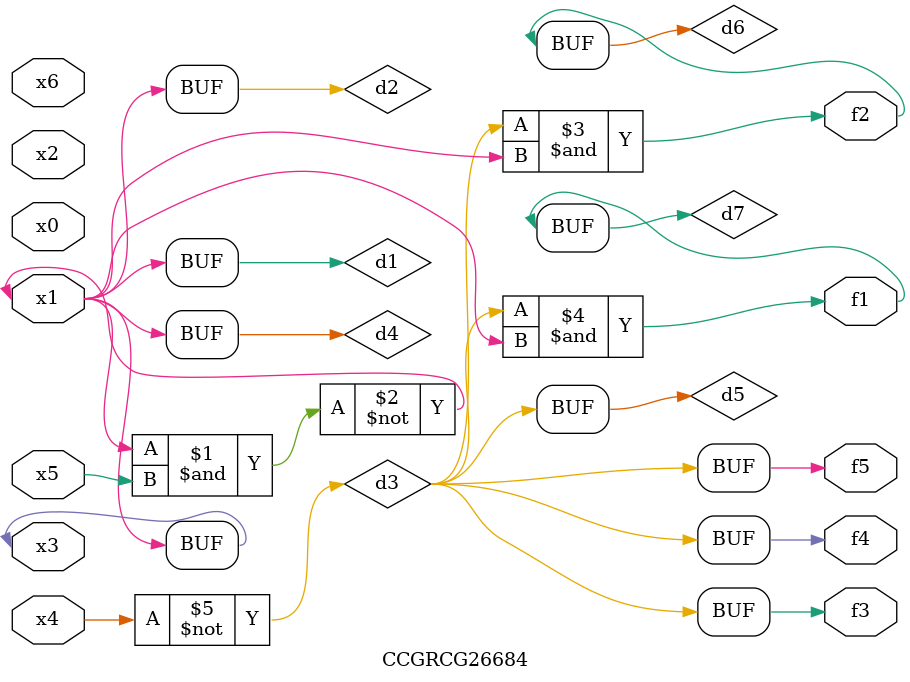
<source format=v>
module CCGRCG26684(
	input x0, x1, x2, x3, x4, x5, x6,
	output f1, f2, f3, f4, f5
);

	wire d1, d2, d3, d4, d5, d6, d7;

	buf (d1, x1, x3);
	nand (d2, x1, x5);
	not (d3, x4);
	buf (d4, d1, d2);
	buf (d5, d3);
	and (d6, d3, d4);
	and (d7, d3, d4);
	assign f1 = d7;
	assign f2 = d6;
	assign f3 = d5;
	assign f4 = d5;
	assign f5 = d5;
endmodule

</source>
